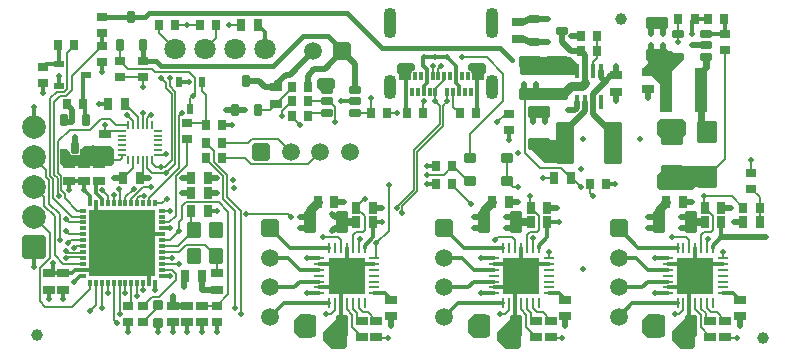
<source format=gtl>
G04*
G04 #@! TF.GenerationSoftware,Altium Limited,Altium Designer,23.3.1 (30)*
G04*
G04 Layer_Physical_Order=1*
G04 Layer_Color=255*
%FSLAX43Y43*%
%MOMM*%
G71*
G04*
G04 #@! TF.SameCoordinates,A4EA7D40-A082-4D09-80F0-C7F5A4317295*
G04*
G04*
G04 #@! TF.FilePolarity,Positive*
G04*
G01*
G75*
%ADD12C,0.150*%
G04:AMPARAMS|DCode=13|XSize=0.75mm|YSize=0.96mm|CornerRadius=0.075mm|HoleSize=0mm|Usage=FLASHONLY|Rotation=180.000|XOffset=0mm|YOffset=0mm|HoleType=Round|Shape=RoundedRectangle|*
%AMROUNDEDRECTD13*
21,1,0.750,0.810,0,0,180.0*
21,1,0.600,0.960,0,0,180.0*
1,1,0.150,-0.300,0.405*
1,1,0.150,0.300,0.405*
1,1,0.150,0.300,-0.405*
1,1,0.150,-0.300,-0.405*
%
%ADD13ROUNDEDRECTD13*%
%ADD14O,0.700X0.250*%
%ADD15O,0.250X0.700*%
G04:AMPARAMS|DCode=16|XSize=0.7mm|YSize=0.9mm|CornerRadius=0.07mm|HoleSize=0mm|Usage=FLASHONLY|Rotation=0.000|XOffset=0mm|YOffset=0mm|HoleType=Round|Shape=RoundedRectangle|*
%AMROUNDEDRECTD16*
21,1,0.700,0.760,0,0,0.0*
21,1,0.560,0.900,0,0,0.0*
1,1,0.140,0.280,-0.380*
1,1,0.140,-0.280,-0.380*
1,1,0.140,-0.280,0.380*
1,1,0.140,0.280,0.380*
%
%ADD16ROUNDEDRECTD16*%
%ADD17R,3.100X3.100*%
%ADD18O,1.000X0.250*%
%ADD19O,0.250X1.000*%
G04:AMPARAMS|DCode=20|XSize=0.75mm|YSize=0.96mm|CornerRadius=0.075mm|HoleSize=0mm|Usage=FLASHONLY|Rotation=270.000|XOffset=0mm|YOffset=0mm|HoleType=Round|Shape=RoundedRectangle|*
%AMROUNDEDRECTD20*
21,1,0.750,0.810,0,0,270.0*
21,1,0.600,0.960,0,0,270.0*
1,1,0.150,-0.405,-0.300*
1,1,0.150,-0.405,0.300*
1,1,0.150,0.405,0.300*
1,1,0.150,0.405,-0.300*
%
%ADD20ROUNDEDRECTD20*%
G04:AMPARAMS|DCode=21|XSize=0.9mm|YSize=0.95mm|CornerRadius=0.09mm|HoleSize=0mm|Usage=FLASHONLY|Rotation=270.000|XOffset=0mm|YOffset=0mm|HoleType=Round|Shape=RoundedRectangle|*
%AMROUNDEDRECTD21*
21,1,0.900,0.770,0,0,270.0*
21,1,0.720,0.950,0,0,270.0*
1,1,0.180,-0.385,-0.360*
1,1,0.180,-0.385,0.360*
1,1,0.180,0.385,0.360*
1,1,0.180,0.385,-0.360*
%
%ADD21ROUNDEDRECTD21*%
G04:AMPARAMS|DCode=22|XSize=0.7mm|YSize=0.9mm|CornerRadius=0.07mm|HoleSize=0mm|Usage=FLASHONLY|Rotation=90.000|XOffset=0mm|YOffset=0mm|HoleType=Round|Shape=RoundedRectangle|*
%AMROUNDEDRECTD22*
21,1,0.700,0.760,0,0,90.0*
21,1,0.560,0.900,0,0,90.0*
1,1,0.140,0.380,0.280*
1,1,0.140,0.380,-0.280*
1,1,0.140,-0.380,-0.280*
1,1,0.140,-0.380,0.280*
%
%ADD22ROUNDEDRECTD22*%
G04:AMPARAMS|DCode=23|XSize=0.8mm|YSize=0.8mm|CornerRadius=0.08mm|HoleSize=0mm|Usage=FLASHONLY|Rotation=270.000|XOffset=0mm|YOffset=0mm|HoleType=Round|Shape=RoundedRectangle|*
%AMROUNDEDRECTD23*
21,1,0.800,0.640,0,0,270.0*
21,1,0.640,0.800,0,0,270.0*
1,1,0.160,-0.320,-0.320*
1,1,0.160,-0.320,0.320*
1,1,0.160,0.320,0.320*
1,1,0.160,0.320,-0.320*
%
%ADD23ROUNDEDRECTD23*%
G04:AMPARAMS|DCode=24|XSize=0.4mm|YSize=1.22mm|CornerRadius=0.04mm|HoleSize=0mm|Usage=FLASHONLY|Rotation=180.000|XOffset=0mm|YOffset=0mm|HoleType=Round|Shape=RoundedRectangle|*
%AMROUNDEDRECTD24*
21,1,0.400,1.140,0,0,180.0*
21,1,0.320,1.220,0,0,180.0*
1,1,0.080,-0.160,0.570*
1,1,0.080,0.160,0.570*
1,1,0.080,0.160,-0.570*
1,1,0.080,-0.160,-0.570*
%
%ADD24ROUNDEDRECTD24*%
G04:AMPARAMS|DCode=25|XSize=0.3mm|YSize=0.7mm|CornerRadius=0.03mm|HoleSize=0mm|Usage=FLASHONLY|Rotation=180.000|XOffset=0mm|YOffset=0mm|HoleType=Round|Shape=RoundedRectangle|*
%AMROUNDEDRECTD25*
21,1,0.300,0.640,0,0,180.0*
21,1,0.240,0.700,0,0,180.0*
1,1,0.060,-0.120,0.320*
1,1,0.060,0.120,0.320*
1,1,0.060,0.120,-0.320*
1,1,0.060,-0.120,-0.320*
%
%ADD25ROUNDEDRECTD25*%
G04:AMPARAMS|DCode=26|XSize=1mm|YSize=0.7mm|CornerRadius=0.07mm|HoleSize=0mm|Usage=FLASHONLY|Rotation=180.000|XOffset=0mm|YOffset=0mm|HoleType=Round|Shape=RoundedRectangle|*
%AMROUNDEDRECTD26*
21,1,1.000,0.560,0,0,180.0*
21,1,0.860,0.700,0,0,180.0*
1,1,0.140,-0.430,0.280*
1,1,0.140,0.430,0.280*
1,1,0.140,0.430,-0.280*
1,1,0.140,-0.430,-0.280*
%
%ADD26ROUNDEDRECTD26*%
G04:AMPARAMS|DCode=27|XSize=0.6mm|YSize=0.95mm|CornerRadius=0.06mm|HoleSize=0mm|Usage=FLASHONLY|Rotation=0.000|XOffset=0mm|YOffset=0mm|HoleType=Round|Shape=RoundedRectangle|*
%AMROUNDEDRECTD27*
21,1,0.600,0.830,0,0,0.0*
21,1,0.480,0.950,0,0,0.0*
1,1,0.120,0.240,-0.415*
1,1,0.120,-0.240,-0.415*
1,1,0.120,-0.240,0.415*
1,1,0.120,0.240,0.415*
%
%ADD27ROUNDEDRECTD27*%
%ADD28R,5.600X5.600*%
G04:AMPARAMS|DCode=29|XSize=0.3mm|YSize=0.55mm|CornerRadius=0.03mm|HoleSize=0mm|Usage=FLASHONLY|Rotation=180.000|XOffset=0mm|YOffset=0mm|HoleType=Round|Shape=RoundedRectangle|*
%AMROUNDEDRECTD29*
21,1,0.300,0.490,0,0,180.0*
21,1,0.240,0.550,0,0,180.0*
1,1,0.060,-0.120,0.245*
1,1,0.060,0.120,0.245*
1,1,0.060,0.120,-0.245*
1,1,0.060,-0.120,-0.245*
%
%ADD29ROUNDEDRECTD29*%
G04:AMPARAMS|DCode=30|XSize=0.3mm|YSize=0.55mm|CornerRadius=0.03mm|HoleSize=0mm|Usage=FLASHONLY|Rotation=270.000|XOffset=0mm|YOffset=0mm|HoleType=Round|Shape=RoundedRectangle|*
%AMROUNDEDRECTD30*
21,1,0.300,0.490,0,0,270.0*
21,1,0.240,0.550,0,0,270.0*
1,1,0.060,-0.245,-0.120*
1,1,0.060,-0.245,0.120*
1,1,0.060,0.245,0.120*
1,1,0.060,0.245,-0.120*
%
%ADD30ROUNDEDRECTD30*%
G04:AMPARAMS|DCode=31|XSize=1.4mm|YSize=1.2mm|CornerRadius=0.12mm|HoleSize=0mm|Usage=FLASHONLY|Rotation=270.000|XOffset=0mm|YOffset=0mm|HoleType=Round|Shape=RoundedRectangle|*
%AMROUNDEDRECTD31*
21,1,1.400,0.960,0,0,270.0*
21,1,1.160,1.200,0,0,270.0*
1,1,0.240,-0.480,-0.580*
1,1,0.240,-0.480,0.580*
1,1,0.240,0.480,0.580*
1,1,0.240,0.480,-0.580*
%
%ADD31ROUNDEDRECTD31*%
G04:AMPARAMS|DCode=32|XSize=1mm|YSize=1.8mm|CornerRadius=0.1mm|HoleSize=0mm|Usage=FLASHONLY|Rotation=180.000|XOffset=0mm|YOffset=0mm|HoleType=Round|Shape=RoundedRectangle|*
%AMROUNDEDRECTD32*
21,1,1.000,1.600,0,0,180.0*
21,1,0.800,1.800,0,0,180.0*
1,1,0.200,-0.400,0.800*
1,1,0.200,0.400,0.800*
1,1,0.200,0.400,-0.800*
1,1,0.200,-0.400,-0.800*
%
%ADD32ROUNDEDRECTD32*%
G04:AMPARAMS|DCode=33|XSize=0.6mm|YSize=0.95mm|CornerRadius=0.06mm|HoleSize=0mm|Usage=FLASHONLY|Rotation=90.000|XOffset=0mm|YOffset=0mm|HoleType=Round|Shape=RoundedRectangle|*
%AMROUNDEDRECTD33*
21,1,0.600,0.830,0,0,90.0*
21,1,0.480,0.950,0,0,90.0*
1,1,0.120,0.415,0.240*
1,1,0.120,0.415,-0.240*
1,1,0.120,-0.415,-0.240*
1,1,0.120,-0.415,0.240*
%
%ADD33ROUNDEDRECTD33*%
G04:AMPARAMS|DCode=34|XSize=1mm|YSize=1.8mm|CornerRadius=0.1mm|HoleSize=0mm|Usage=FLASHONLY|Rotation=270.000|XOffset=0mm|YOffset=0mm|HoleType=Round|Shape=RoundedRectangle|*
%AMROUNDEDRECTD34*
21,1,1.000,1.600,0,0,270.0*
21,1,0.800,1.800,0,0,270.0*
1,1,0.200,-0.800,-0.400*
1,1,0.200,-0.800,0.400*
1,1,0.200,0.800,0.400*
1,1,0.200,0.800,-0.400*
%
%ADD34ROUNDEDRECTD34*%
G04:AMPARAMS|DCode=35|XSize=0.55mm|YSize=0.8mm|CornerRadius=0.055mm|HoleSize=0mm|Usage=FLASHONLY|Rotation=0.000|XOffset=0mm|YOffset=0mm|HoleType=Round|Shape=RoundedRectangle|*
%AMROUNDEDRECTD35*
21,1,0.550,0.690,0,0,0.0*
21,1,0.440,0.800,0,0,0.0*
1,1,0.110,0.220,-0.345*
1,1,0.110,-0.220,-0.345*
1,1,0.110,-0.220,0.345*
1,1,0.110,0.220,0.345*
%
%ADD35ROUNDEDRECTD35*%
G04:AMPARAMS|DCode=36|XSize=0.55mm|YSize=0.8mm|CornerRadius=0.055mm|HoleSize=0mm|Usage=FLASHONLY|Rotation=90.000|XOffset=0mm|YOffset=0mm|HoleType=Round|Shape=RoundedRectangle|*
%AMROUNDEDRECTD36*
21,1,0.550,0.690,0,0,90.0*
21,1,0.440,0.800,0,0,90.0*
1,1,0.110,0.345,0.220*
1,1,0.110,0.345,-0.220*
1,1,0.110,-0.345,-0.220*
1,1,0.110,-0.345,0.220*
%
%ADD36ROUNDEDRECTD36*%
G04:AMPARAMS|DCode=37|XSize=1.5mm|YSize=3.6mm|CornerRadius=0.15mm|HoleSize=0mm|Usage=FLASHONLY|Rotation=180.000|XOffset=0mm|YOffset=0mm|HoleType=Round|Shape=RoundedRectangle|*
%AMROUNDEDRECTD37*
21,1,1.500,3.300,0,0,180.0*
21,1,1.200,3.600,0,0,180.0*
1,1,0.300,-0.600,1.650*
1,1,0.300,0.600,1.650*
1,1,0.300,0.600,-1.650*
1,1,0.300,-0.600,-1.650*
%
%ADD37ROUNDEDRECTD37*%
G04:AMPARAMS|DCode=38|XSize=1.1mm|YSize=3.7mm|CornerRadius=0.11mm|HoleSize=0mm|Usage=FLASHONLY|Rotation=0.000|XOffset=0mm|YOffset=0mm|HoleType=Round|Shape=RoundedRectangle|*
%AMROUNDEDRECTD38*
21,1,1.100,3.480,0,0,0.0*
21,1,0.880,3.700,0,0,0.0*
1,1,0.220,0.440,-1.740*
1,1,0.220,-0.440,-1.740*
1,1,0.220,-0.440,1.740*
1,1,0.220,0.440,1.740*
%
%ADD38ROUNDEDRECTD38*%
G04:AMPARAMS|DCode=39|XSize=1.9mm|YSize=1.7mm|CornerRadius=0.17mm|HoleSize=0mm|Usage=FLASHONLY|Rotation=90.000|XOffset=0mm|YOffset=0mm|HoleType=Round|Shape=RoundedRectangle|*
%AMROUNDEDRECTD39*
21,1,1.900,1.360,0,0,90.0*
21,1,1.560,1.700,0,0,90.0*
1,1,0.340,0.680,0.780*
1,1,0.340,0.680,-0.780*
1,1,0.340,-0.680,-0.780*
1,1,0.340,-0.680,0.780*
%
%ADD39ROUNDEDRECTD39*%
%ADD77C,1.000*%
%ADD78C,2.000*%
G04:AMPARAMS|DCode=79|XSize=2mm|YSize=2mm|CornerRadius=0.2mm|HoleSize=0mm|Usage=FLASHONLY|Rotation=90.000|XOffset=0mm|YOffset=0mm|HoleType=Round|Shape=RoundedRectangle|*
%AMROUNDEDRECTD79*
21,1,2.000,1.600,0,0,90.0*
21,1,1.600,2.000,0,0,90.0*
1,1,0.400,0.800,0.800*
1,1,0.400,0.800,-0.800*
1,1,0.400,-0.800,-0.800*
1,1,0.400,-0.800,0.800*
%
%ADD79ROUNDEDRECTD79*%
%ADD80C,0.500*%
%ADD81C,0.200*%
%ADD82C,0.300*%
%ADD83C,0.146*%
%ADD84C,0.400*%
%ADD85C,0.800*%
%ADD86C,1.000*%
%ADD87C,0.320*%
%ADD88C,0.700*%
%ADD89C,0.600*%
%ADD90C,1.800*%
%ADD91C,1.500*%
G04:AMPARAMS|DCode=92|XSize=1.5mm|YSize=1.5mm|CornerRadius=0.15mm|HoleSize=0mm|Usage=FLASHONLY|Rotation=0.000|XOffset=0mm|YOffset=0mm|HoleType=Round|Shape=RoundedRectangle|*
%AMROUNDEDRECTD92*
21,1,1.500,1.200,0,0,0.0*
21,1,1.200,1.500,0,0,0.0*
1,1,0.300,0.600,-0.600*
1,1,0.300,-0.600,-0.600*
1,1,0.300,-0.600,0.600*
1,1,0.300,0.600,0.600*
%
%ADD92ROUNDEDRECTD92*%
G04:AMPARAMS|DCode=93|XSize=1.5mm|YSize=1.5mm|CornerRadius=0.15mm|HoleSize=0mm|Usage=FLASHONLY|Rotation=270.000|XOffset=0mm|YOffset=0mm|HoleType=Round|Shape=RoundedRectangle|*
%AMROUNDEDRECTD93*
21,1,1.500,1.200,0,0,270.0*
21,1,1.200,1.500,0,0,270.0*
1,1,0.300,-0.600,-0.600*
1,1,0.300,-0.600,0.600*
1,1,0.300,0.600,0.600*
1,1,0.300,0.600,-0.600*
%
%ADD93ROUNDEDRECTD93*%
%ADD94O,1.100X2.100*%
%ADD95O,1.100X2.600*%
%ADD96C,0.500*%
G36*
X40000Y24500D02*
Y24000D01*
X39750Y23750D01*
Y23500D01*
X39250D01*
X38778Y23972D01*
X38768Y24021D01*
X38733Y24073D01*
X38681Y24108D01*
X38632Y24118D01*
X38500Y24250D01*
Y24500D01*
X38750Y24750D01*
X39750D01*
X40000Y24500D01*
D02*
G37*
G36*
X34000D02*
Y24250D01*
X33868Y24118D01*
X33819Y24108D01*
X33767Y24073D01*
X33732Y24021D01*
X33722Y23972D01*
X33250Y23500D01*
X32750D01*
X32750Y23750D01*
X32500Y24000D01*
X32500Y24500D01*
X32750Y24750D01*
X33750D01*
X34000Y24500D01*
D02*
G37*
G36*
X27250Y23250D02*
Y22750D01*
X26750Y22250D01*
X26250D01*
X25750Y22750D01*
Y23250D01*
X26000Y23500D01*
X27000D01*
X27250Y23250D01*
D02*
G37*
G36*
X8500Y17500D02*
Y16250D01*
X8250Y16000D01*
X4250D01*
X4000Y16250D01*
Y17500D01*
X4500D01*
X4819Y17181D01*
Y17145D01*
X4834Y17072D01*
X4875Y17010D01*
X4937Y16969D01*
X5010Y16954D01*
X5490D01*
X5563Y16969D01*
X5625Y17010D01*
X5666Y17072D01*
X5681Y17145D01*
Y17431D01*
X5750Y17500D01*
X6000Y17750D01*
X8250D01*
X8500Y17500D01*
D02*
G37*
G36*
X40250Y3250D02*
Y1750D01*
X40000Y1500D01*
X39000D01*
X38500Y2000D01*
Y3000D01*
X39000Y3500D01*
X40000D01*
X40250Y3250D01*
D02*
G37*
G36*
X25500D02*
Y1750D01*
X25250Y1500D01*
X24250D01*
X23750Y2000D01*
Y3000D01*
X24250Y3500D01*
X25250D01*
X25500Y3250D01*
D02*
G37*
G36*
X28250Y750D02*
X28000Y500D01*
X27000D01*
X26250Y1250D01*
Y2000D01*
X27500Y3250D01*
X28250D01*
Y750D01*
D02*
G37*
G36*
X59250Y14250D02*
X57750D01*
X57500Y14000D01*
X54750D01*
X54500Y14250D01*
Y15250D01*
X55250Y16000D01*
X59250D01*
Y14250D01*
D02*
G37*
G36*
X55000Y3250D02*
Y1750D01*
X54750Y1500D01*
X53750D01*
X53250Y2000D01*
Y3000D01*
X53750Y3500D01*
X54750D01*
X55000Y3250D01*
D02*
G37*
G36*
X57750Y750D02*
X57500Y500D01*
X56500D01*
X55750Y1250D01*
Y2000D01*
X57000Y3250D01*
X57750D01*
Y750D01*
D02*
G37*
G36*
X43000D02*
X42750Y500D01*
X41750D01*
X41000Y1250D01*
Y2000D01*
X42250Y3250D01*
X43000D01*
Y750D01*
D02*
G37*
G36*
X47000Y16250D02*
X45000D01*
X43750Y17500D01*
Y18250D01*
X47000D01*
Y16250D01*
D02*
G37*
G36*
X47900Y24600D02*
Y23700D01*
X43100D01*
X42900Y23900D01*
Y25200D01*
X43000Y25300D01*
X47200D01*
X47900Y24600D01*
D02*
G37*
G36*
X57000Y19750D02*
Y18750D01*
X56500Y18250D01*
X55000D01*
X54500Y18750D01*
Y19750D01*
X54750Y20000D01*
X56750D01*
X57000Y19750D01*
D02*
G37*
G36*
X56000Y25500D02*
X56750D01*
Y25000D01*
X55750Y24000D01*
Y23000D01*
X54750D01*
X54000Y23750D01*
X53500D01*
X53250Y24000D01*
Y24250D01*
X53750Y24750D01*
Y24925D01*
X53900Y25023D01*
X53902Y25023D01*
X54000Y25010D01*
X55000D01*
X55098Y25023D01*
X55190Y25061D01*
X55269Y25121D01*
X55329Y25200D01*
X55367Y25292D01*
X55380Y25390D01*
Y25750D01*
X55750D01*
X56000Y25500D01*
D02*
G37*
D12*
X41000Y19750D02*
X41685Y20435D01*
X42000D01*
X30750Y9500D02*
X31805Y10555D01*
Y14457D01*
X29000Y12550D02*
X29700Y13250D01*
X29750D01*
X19750Y12000D02*
X23250D01*
X23500Y11750D01*
X17000Y16349D02*
X18069Y15281D01*
Y13431D02*
X19250Y12250D01*
X18069Y13431D02*
Y15281D01*
X17744Y13256D02*
Y15212D01*
Y13256D02*
X18750Y12250D01*
X16315Y16641D02*
X17744Y15212D01*
X16315Y16641D02*
Y16750D01*
X12838Y15935D02*
X13425Y16522D01*
X12913Y22654D02*
X13425Y22142D01*
Y16522D02*
Y22142D01*
X13720Y16240D02*
Y22322D01*
X12914Y15434D02*
X13720Y16240D01*
X13250Y22791D02*
X13720Y22322D01*
X12913Y22654D02*
Y23087D01*
X13250Y22791D02*
Y23500D01*
X14014Y20264D02*
X14250Y20500D01*
X14014Y15859D02*
Y20264D01*
X41825Y14750D02*
X42325Y14250D01*
X42750D01*
X43324Y21714D02*
X43750Y22140D01*
X43324Y17114D02*
Y21714D01*
Y17114D02*
X44595Y15843D01*
X46357D01*
X47200Y15000D01*
X47315D01*
X48065Y14250D01*
X48815Y13721D02*
Y14500D01*
Y13721D02*
X49067Y13469D01*
X8500Y12875D02*
Y13600D01*
X7520Y13998D02*
X8000Y13518D01*
Y12875D02*
Y13518D01*
X9000Y12875D02*
Y14008D01*
X8925Y14083D02*
X9000Y14008D01*
X9500Y13385D02*
X10193Y14078D01*
X9500Y12875D02*
Y13385D01*
X10000Y12875D02*
Y13242D01*
X11008Y14250D02*
X11623D01*
X10000Y13242D02*
X11008Y14250D01*
X10737Y13534D02*
X11071D01*
X10500Y12875D02*
Y13297D01*
X10737Y13534D01*
X11500Y13345D02*
X14014Y15859D01*
X11500Y12875D02*
Y13345D01*
X13763Y15161D02*
X14750Y16148D01*
X13763Y11808D02*
Y15161D01*
X14750Y16148D02*
Y18315D01*
X12625Y12875D02*
X13000Y13250D01*
X12000Y12875D02*
X12625D01*
X35000Y15250D02*
X36435D01*
X37185Y16000D01*
X56315Y27205D02*
Y28500D01*
X56310Y26505D02*
Y27200D01*
Y26505D02*
X56315Y26500D01*
X44000Y9075D02*
Y9976D01*
X41022Y10000D02*
X42250D01*
X40750Y9728D02*
X41022Y10000D01*
X12625Y7750D02*
X14000D01*
X14000Y7750D01*
X13433Y8250D02*
X13449Y8265D01*
X12625Y8250D02*
X13433D01*
X7000Y4250D02*
Y6125D01*
X6500Y3750D02*
X7000Y4250D01*
X14000Y10500D02*
Y11294D01*
X14270Y11564D01*
Y12669D01*
X14595Y12994D01*
X12625Y9750D02*
X13250D01*
X14000Y10500D01*
X17235Y4200D02*
X17250Y4185D01*
X16000Y4200D02*
X17235D01*
X17250Y4185D02*
X18223Y5158D01*
Y12170D01*
X17399Y12994D02*
X18223Y12170D01*
X14595Y12994D02*
X17399D01*
X17000Y16349D02*
Y17315D01*
X16315Y18000D02*
X17000Y17315D01*
X18750Y4000D02*
Y12250D01*
X19250Y3500D02*
Y12250D01*
X11000Y5500D02*
Y6125D01*
X10500Y5000D02*
X10500Y5000D01*
Y6125D01*
X13205Y11250D02*
X13763Y11808D01*
X12625Y11250D02*
X13205D01*
X12625Y12250D02*
X13250D01*
X7500Y4000D02*
Y6125D01*
Y4000D02*
X7500Y4000D01*
X8000Y5250D02*
X8000Y5250D01*
X8000Y5250D02*
Y6125D01*
X8500Y3000D02*
X8750Y2750D01*
X8500Y3000D02*
Y6125D01*
X30750Y8250D02*
X30750Y8250D01*
X30575Y8250D02*
X30750D01*
X30750Y8250D02*
Y9500D01*
X12250Y4113D02*
Y4250D01*
X11000Y2863D02*
X12250Y4113D01*
X11000Y2815D02*
Y2863D01*
X9685Y24250D02*
X11768D01*
X9000Y24935D02*
X9685Y24250D01*
X11768D02*
X12018Y24000D01*
X12500Y23500D02*
X12913Y23087D01*
X15000Y20850D02*
Y21750D01*
X15250Y22000D01*
X15387Y22137D02*
Y23504D01*
X30315Y20500D02*
Y21750D01*
X4457Y11519D02*
X4726Y11250D01*
X4706Y10250D02*
X5875D01*
X4462Y10493D02*
X4706Y10250D01*
X3040Y12851D02*
X3953Y11938D01*
Y9728D02*
Y11938D01*
X4657Y9500D02*
X4907Y9750D01*
X5875D01*
X4726Y11250D02*
X5875D01*
X11000Y22750D02*
Y23565D01*
Y22750D02*
X11000Y22750D01*
X38000Y25250D02*
X40075D01*
X41500Y23825D01*
Y21560D02*
Y23825D01*
X38675Y18735D02*
X41500Y21560D01*
X38675Y16750D02*
Y18735D01*
X37185Y14438D02*
Y14500D01*
Y14438D02*
X38773Y12850D01*
X37185Y16000D02*
X37248D01*
X38498Y14750D02*
X38675D01*
X37248Y16000D02*
X38498Y14750D01*
X41825D02*
Y16750D01*
X49435Y25161D02*
Y25750D01*
X49075Y24801D02*
X49435Y25161D01*
X49075Y24060D02*
Y24801D01*
X31685Y20500D02*
X32500D01*
X27250Y19750D02*
Y21010D01*
X26760Y21500D02*
X27250Y21010D01*
X26560Y21500D02*
X26760D01*
X22750Y20250D02*
Y20685D01*
X23565Y21500D01*
Y22615D02*
Y22750D01*
X22250Y21300D02*
X23565Y22615D01*
X20700Y20810D02*
X21760D01*
X22250Y21300D01*
X16315Y19500D02*
Y22055D01*
X15950Y22420D02*
Y23150D01*
Y22420D02*
X16315Y22055D01*
X9000Y3500D02*
Y6125D01*
X9500Y5250D02*
Y6125D01*
X5180Y9114D02*
X5315Y9250D01*
X5875D01*
X12625Y9750D02*
X12625Y9750D01*
X3040Y12851D02*
Y14876D01*
X2804Y15112D02*
X3040Y14876D01*
X2804Y15112D02*
Y15736D01*
X1750Y16790D02*
X2804Y15736D01*
X1750Y14250D02*
X2613Y13387D01*
Y12651D02*
X3500Y11764D01*
X2613Y12651D02*
Y13387D01*
X3500Y8493D02*
Y11764D01*
X3398Y13297D02*
Y14939D01*
X4945Y11750D02*
X5875D01*
X3398Y13297D02*
X4945Y11750D01*
X3137Y15200D02*
Y21753D01*
Y15200D02*
X3398Y14939D01*
X3750Y13600D02*
X3850Y13500D01*
X3475Y15311D02*
X3750Y15036D01*
Y13600D02*
Y15036D01*
X3475Y15311D02*
Y21465D01*
X4039Y14016D02*
X4359Y13696D01*
Y13295D02*
X5403Y12250D01*
X4359Y13295D02*
Y13696D01*
X5403Y12250D02*
X5875D01*
X4039Y14016D02*
Y15202D01*
X3786Y15456D02*
X4039Y15202D01*
X3786Y15456D02*
Y18110D01*
X4789Y19113D01*
X6469D01*
X3475Y21465D02*
X3986Y21977D01*
X3137Y21753D02*
X3690Y22306D01*
X3986Y21977D02*
X4478D01*
X4994Y22493D01*
Y23679D01*
X7500Y26185D01*
X4530Y25595D02*
X5185Y26250D01*
X4294Y22306D02*
X4530Y22542D01*
Y25595D01*
X3690Y22306D02*
X4294D01*
X9450Y21250D02*
X10550Y20150D01*
Y19509D02*
Y20150D01*
X8175Y20045D02*
X8720Y19500D01*
X9750D01*
X7401Y20045D02*
X8175D01*
X6469Y19113D02*
X7401Y20045D01*
X15050Y10850D02*
X15300Y10600D01*
X15050Y10850D02*
Y12250D01*
X12625Y8750D02*
X13999D01*
X14625Y9376D01*
X16224D01*
X17200Y8400D01*
X17250Y8350D01*
Y6950D02*
Y8350D01*
X13449Y7250D02*
X13770Y6929D01*
X12625Y7250D02*
X13449D01*
X11759Y4944D02*
X12347D01*
X13770Y6366D02*
Y6929D01*
X12347Y4944D02*
X13770Y6366D01*
X11000Y4185D02*
X11759Y4944D01*
X9750Y4185D02*
X10000Y4435D01*
Y6125D01*
X12018Y24000D02*
X14890D01*
X15387Y23504D01*
X16130Y19685D02*
X16315Y19500D01*
X14750Y19685D02*
X16130D01*
X11350Y15860D02*
X11776Y15434D01*
X12914D01*
X12500Y15935D02*
X12838D01*
X11750Y16269D02*
Y16500D01*
X12084Y15935D02*
X12500D01*
X11750Y16269D02*
X12084Y15935D01*
X11350Y15860D02*
Y16500D01*
X4243Y7750D02*
X5875D01*
X3500Y8493D02*
X4243Y7750D01*
X2236Y4564D02*
Y7402D01*
X3100Y8265D01*
Y10400D01*
X2236Y4564D02*
X2700Y4100D01*
X5000D01*
X6500Y5600D02*
Y6125D01*
X5000Y4100D02*
X6500Y5600D01*
X1790Y11710D02*
X3100Y10400D01*
X1750Y11710D02*
X1790D01*
X49435Y27000D02*
X49435Y27000D01*
Y25750D02*
Y27000D01*
X11000Y23565D02*
X11000Y23565D01*
X9000Y23565D02*
X11000D01*
X9000Y24935D02*
X9050Y24985D01*
Y26310D01*
X13950Y9250D02*
X15300Y10600D01*
X12625Y9250D02*
X13950D01*
X30265Y20550D02*
X30315Y20500D01*
X28940Y20550D02*
X30265D01*
X25235D02*
X26560D01*
X24935Y20250D02*
X25235Y20550D01*
X24935Y21500D02*
X24935Y21500D01*
X26560D01*
X34685Y21435D02*
X34750Y21500D01*
X34685Y20500D02*
Y21435D01*
X37250Y21065D02*
Y22290D01*
Y21065D02*
X37815Y20500D01*
X27750Y9075D02*
Y9750D01*
X27500Y10000D02*
X27750Y9750D01*
X26250Y10000D02*
X27500D01*
X42500Y9075D02*
Y9750D01*
X42250Y10000D02*
X42500Y9750D01*
X55750Y10000D02*
X57000D01*
X57250Y9750D01*
Y9075D02*
Y9750D01*
X26500Y3500D02*
X26902D01*
X27250Y3848D01*
Y4425D01*
X41250Y3500D02*
X41652D01*
X42000Y3848D01*
Y4425D01*
X56750Y3848D02*
Y4425D01*
X56402Y3500D02*
X56750Y3848D01*
X56000Y3500D02*
X56402D01*
X29000Y12550D02*
X29050Y12500D01*
X43750Y12550D02*
Y13500D01*
Y12550D02*
X43800Y12500D01*
X58500Y12550D02*
X58550Y12500D01*
X58500Y12550D02*
Y13500D01*
X60815D01*
X61815Y12500D01*
X58250Y9075D02*
Y10178D01*
X58508Y10436D01*
X59080D01*
X59258Y10614D01*
Y11792D01*
X58550Y12500D02*
X59258Y11792D01*
X43500Y9075D02*
Y10178D01*
X43758Y10436D01*
X44330D01*
X44508Y10614D01*
Y11792D01*
X43800Y12500D02*
X44508Y11792D01*
X29050Y12500D02*
X29758Y11792D01*
Y10614D02*
Y11792D01*
X29580Y10436D02*
X29758Y10614D01*
X29008Y10436D02*
X29580D01*
X28750Y10178D02*
X29008Y10436D01*
X28750Y9075D02*
Y10178D01*
X28691Y2359D02*
X29500Y1550D01*
X28250Y3888D02*
X28691Y3447D01*
X28250Y3888D02*
Y4425D01*
X28691Y2359D02*
Y3447D01*
X28750Y3959D02*
Y4425D01*
Y3959D02*
X29125Y3584D01*
X29125Y2950D02*
X29500D01*
X29125Y2950D02*
Y3584D01*
X29250Y3968D02*
Y4425D01*
Y3968D02*
X29581Y3637D01*
X30063D01*
X30750Y2950D01*
X29250Y9767D02*
X29346Y9863D01*
X29250Y9075D02*
Y9767D01*
X43441Y2359D02*
X44250Y1550D01*
X43000Y3888D02*
X43441Y3447D01*
X43000Y3888D02*
Y4425D01*
X43441Y2359D02*
Y3447D01*
X43500Y3959D02*
Y4425D01*
Y3959D02*
X43875Y3584D01*
X43875Y2950D02*
X44250D01*
X43875Y2950D02*
Y3584D01*
X44000Y3968D02*
Y4425D01*
Y3968D02*
X44331Y3637D01*
X44813D01*
X45500Y2950D01*
X58750Y9075D02*
Y9767D01*
X58846Y9863D01*
X59563Y3637D02*
X60250Y2950D01*
X59081Y3637D02*
X59563D01*
X58750Y3968D02*
X59081Y3637D01*
X58750Y3968D02*
Y4425D01*
X58625Y2950D02*
Y3584D01*
Y2950D02*
X58625Y2950D01*
X59000D01*
X58250Y3959D02*
X58625Y3584D01*
X58250Y3959D02*
Y4425D01*
X58191Y2359D02*
Y3447D01*
X57750Y3888D02*
Y4425D01*
Y3888D02*
X58191Y3447D01*
Y2359D02*
X59000Y1550D01*
D13*
X47200Y15000D02*
D03*
X45800D02*
D03*
X19300Y28000D02*
D03*
X20700D02*
D03*
X9450Y21250D02*
D03*
X8050D02*
D03*
X10700Y15000D02*
D03*
X9300D02*
D03*
X63200Y11250D02*
D03*
X61800D02*
D03*
X59950Y11250D02*
D03*
X58550D02*
D03*
Y12500D02*
D03*
X59950D02*
D03*
X45200Y11250D02*
D03*
X43800D02*
D03*
Y12500D02*
D03*
X45200D02*
D03*
X30450Y11250D02*
D03*
X29050D02*
D03*
Y12500D02*
D03*
X30450D02*
D03*
X15050Y12250D02*
D03*
X16450Y12250D02*
D03*
X14550Y6750D02*
D03*
X15950D02*
D03*
X15050Y15000D02*
D03*
X16450D02*
D03*
Y13750D02*
D03*
X15050D02*
D03*
X56700Y13000D02*
D03*
X55300D02*
D03*
X41950D02*
D03*
X40550D02*
D03*
X27200D02*
D03*
X25800D02*
D03*
D14*
X9250Y19000D02*
D03*
Y18600D02*
D03*
Y18200D02*
D03*
Y17800D02*
D03*
Y17400D02*
D03*
Y17000D02*
D03*
X12250D02*
D03*
Y17400D02*
D03*
Y17800D02*
D03*
Y18200D02*
D03*
Y18600D02*
D03*
Y19000D02*
D03*
D15*
X11750Y19500D02*
D03*
X11350D02*
D03*
X10950D02*
D03*
X10550D02*
D03*
X10150D02*
D03*
X9750D02*
D03*
X11750Y16500D02*
D03*
X11350D02*
D03*
X10950D02*
D03*
X10550D02*
D03*
X10150D02*
D03*
X9750D02*
D03*
D16*
X15815Y28000D02*
D03*
X17185D02*
D03*
X13685D02*
D03*
X12315D02*
D03*
X37185Y16000D02*
D03*
X35815D02*
D03*
X24935Y21500D02*
D03*
X23565D02*
D03*
X48815Y14500D02*
D03*
X50185D02*
D03*
X37185D02*
D03*
X35815D02*
D03*
X3815Y26250D02*
D03*
X5185D02*
D03*
X16315Y18000D02*
D03*
X17685D02*
D03*
X63185Y12500D02*
D03*
X61815D02*
D03*
X16315Y16750D02*
D03*
X17685D02*
D03*
X49435Y25750D02*
D03*
X48065Y25750D02*
D03*
X17685Y19500D02*
D03*
X16315D02*
D03*
X48065Y27000D02*
D03*
X49435D02*
D03*
X58815Y28500D02*
D03*
X60185Y28500D02*
D03*
X56315Y28500D02*
D03*
X57685Y28500D02*
D03*
X5935Y21250D02*
D03*
X4565Y21250D02*
D03*
X24935Y22750D02*
D03*
X23565D02*
D03*
X30315Y20500D02*
D03*
X31685Y20500D02*
D03*
X23565Y20250D02*
D03*
X24935D02*
D03*
X39185Y20500D02*
D03*
X37815D02*
D03*
X33315D02*
D03*
X34685D02*
D03*
D17*
X43000Y6750D02*
D03*
X57750D02*
D03*
X28250D02*
D03*
D18*
X40675Y5250D02*
D03*
Y5750D02*
D03*
Y6250D02*
D03*
Y6750D02*
D03*
Y7250D02*
D03*
Y7750D02*
D03*
Y8250D02*
D03*
X45325D02*
D03*
Y7750D02*
D03*
Y7250D02*
D03*
Y6750D02*
D03*
Y6250D02*
D03*
Y5750D02*
D03*
Y5250D02*
D03*
X55425D02*
D03*
Y5750D02*
D03*
Y6250D02*
D03*
Y6750D02*
D03*
Y7250D02*
D03*
Y7750D02*
D03*
Y8250D02*
D03*
X60075D02*
D03*
Y7750D02*
D03*
Y7250D02*
D03*
Y6750D02*
D03*
Y6250D02*
D03*
Y5750D02*
D03*
Y5250D02*
D03*
X25925D02*
D03*
Y5750D02*
D03*
Y6250D02*
D03*
Y6750D02*
D03*
Y7250D02*
D03*
Y7750D02*
D03*
Y8250D02*
D03*
X30575D02*
D03*
Y7750D02*
D03*
Y7250D02*
D03*
Y6750D02*
D03*
Y6250D02*
D03*
Y5750D02*
D03*
Y5250D02*
D03*
D19*
X41500Y9075D02*
D03*
X42000D02*
D03*
X42500D02*
D03*
X43000D02*
D03*
X43500D02*
D03*
X44000D02*
D03*
X44500D02*
D03*
Y4425D02*
D03*
X44000D02*
D03*
X43500D02*
D03*
X43000D02*
D03*
X42500D02*
D03*
X42000D02*
D03*
X41500D02*
D03*
X56250Y9075D02*
D03*
X56750D02*
D03*
X57250D02*
D03*
X57750D02*
D03*
X58250D02*
D03*
X58750D02*
D03*
X59250D02*
D03*
Y4425D02*
D03*
X58750D02*
D03*
X58250D02*
D03*
X57750D02*
D03*
X57250D02*
D03*
X56750D02*
D03*
X56250D02*
D03*
X26750Y9075D02*
D03*
X27250D02*
D03*
X27750D02*
D03*
X28250D02*
D03*
X28750D02*
D03*
X29250D02*
D03*
X29750D02*
D03*
Y4425D02*
D03*
X29250D02*
D03*
X28750D02*
D03*
X28250D02*
D03*
X27750D02*
D03*
X27250D02*
D03*
X26750D02*
D03*
D20*
X4750Y14800D02*
D03*
Y16200D02*
D03*
X7250Y14800D02*
D03*
Y16200D02*
D03*
X7750Y18700D02*
D03*
Y17300D02*
D03*
X17250Y6950D02*
D03*
X17250Y5550D02*
D03*
X16000Y4200D02*
D03*
Y2800D02*
D03*
X4250Y5550D02*
D03*
X4250Y6950D02*
D03*
X6000Y14800D02*
D03*
Y16200D02*
D03*
X3000Y6950D02*
D03*
X3000Y5550D02*
D03*
X14750Y2800D02*
D03*
X14750Y4200D02*
D03*
X13500Y2800D02*
D03*
Y4200D02*
D03*
X60250Y2950D02*
D03*
Y1550D02*
D03*
X59000Y2950D02*
D03*
Y1550D02*
D03*
X61500Y3300D02*
D03*
Y4700D02*
D03*
X45500Y2950D02*
D03*
Y1550D02*
D03*
X44250Y2950D02*
D03*
Y1550D02*
D03*
X46750Y3300D02*
D03*
Y4700D02*
D03*
X30750Y2950D02*
D03*
Y1550D02*
D03*
X29500Y2950D02*
D03*
Y1550D02*
D03*
X32000Y3300D02*
D03*
Y4700D02*
D03*
X42750Y28200D02*
D03*
X42750Y26800D02*
D03*
X53750Y22550D02*
D03*
X53750Y23950D02*
D03*
X22250Y22700D02*
D03*
Y21300D02*
D03*
X51000Y22300D02*
D03*
Y23700D02*
D03*
D21*
X38675Y16750D02*
D03*
X41825D02*
D03*
X38675Y14750D02*
D03*
X41825D02*
D03*
D22*
X7500Y27315D02*
D03*
Y28685D02*
D03*
Y24815D02*
D03*
Y26185D02*
D03*
X11000Y2815D02*
D03*
Y4185D02*
D03*
X42000Y20435D02*
D03*
Y19065D02*
D03*
X62500Y15435D02*
D03*
Y14065D02*
D03*
X9000Y24935D02*
D03*
X9000Y23565D02*
D03*
X17250Y4185D02*
D03*
Y2815D02*
D03*
X9750D02*
D03*
X9750Y4185D02*
D03*
X2500Y23065D02*
D03*
Y24435D02*
D03*
X60250Y27185D02*
D03*
X60250Y25815D02*
D03*
X14750Y19685D02*
D03*
Y18315D02*
D03*
X11000Y23565D02*
D03*
Y24935D02*
D03*
D23*
X12250Y4250D02*
D03*
Y2750D02*
D03*
D24*
X49725Y24060D02*
D03*
X49075Y24060D02*
D03*
X48425Y24060D02*
D03*
X47775Y24060D02*
D03*
Y21440D02*
D03*
X48425Y21440D02*
D03*
X49075Y21440D02*
D03*
X49725Y21440D02*
D03*
D25*
X39250Y22290D02*
D03*
X38750D02*
D03*
X38250D02*
D03*
X37750D02*
D03*
X37250D02*
D03*
X36750Y22290D02*
D03*
X35750D02*
D03*
X35250Y22290D02*
D03*
X34750D02*
D03*
X34250D02*
D03*
X33750D02*
D03*
X33250D02*
D03*
X34000Y23640D02*
D03*
X34500D02*
D03*
X35000D02*
D03*
X35500D02*
D03*
X36000D02*
D03*
X36500D02*
D03*
X37000D02*
D03*
X37500D02*
D03*
X38000D02*
D03*
X38500D02*
D03*
D26*
X33150D02*
D03*
X39350D02*
D03*
D27*
X6200Y19940D02*
D03*
X4300D02*
D03*
X5250Y17560D02*
D03*
X9050Y26310D02*
D03*
X10950D02*
D03*
X10000Y28690D02*
D03*
X19750Y23190D02*
D03*
X20700Y20810D02*
D03*
X18800D02*
D03*
D28*
X9250Y9500D02*
D03*
D29*
X12000Y6125D02*
D03*
X11500Y6125D02*
D03*
X11000D02*
D03*
X10500D02*
D03*
X10000Y6125D02*
D03*
X9500Y6125D02*
D03*
X9000D02*
D03*
X8500Y6125D02*
D03*
X8000D02*
D03*
X7500D02*
D03*
X7000D02*
D03*
X6500Y6125D02*
D03*
Y12875D02*
D03*
X7000D02*
D03*
X7500D02*
D03*
X8000D02*
D03*
X8500D02*
D03*
X9000D02*
D03*
X9500D02*
D03*
X10000D02*
D03*
X10500D02*
D03*
X11000D02*
D03*
X11500D02*
D03*
X12000D02*
D03*
D30*
X5875Y6750D02*
D03*
Y7250D02*
D03*
X5875Y7750D02*
D03*
Y8250D02*
D03*
Y8750D02*
D03*
Y9250D02*
D03*
Y9750D02*
D03*
Y10250D02*
D03*
Y10750D02*
D03*
Y11250D02*
D03*
Y11750D02*
D03*
Y12250D02*
D03*
X12625D02*
D03*
Y11750D02*
D03*
Y11250D02*
D03*
Y10750D02*
D03*
Y10250D02*
D03*
Y9750D02*
D03*
Y9250D02*
D03*
Y8750D02*
D03*
Y8250D02*
D03*
Y7750D02*
D03*
Y7250D02*
D03*
Y6750D02*
D03*
D31*
X17200Y10600D02*
D03*
Y8400D02*
D03*
X15300Y8400D02*
D03*
X15300Y10600D02*
D03*
D32*
X57360Y2500D02*
D03*
X54640D02*
D03*
X57360Y11250D02*
D03*
X54640D02*
D03*
X42610Y2500D02*
D03*
X39890D02*
D03*
X42610Y11250D02*
D03*
X39890D02*
D03*
X27860Y2500D02*
D03*
X25140D02*
D03*
X27860Y11250D02*
D03*
X25140D02*
D03*
D33*
X44060Y28450D02*
D03*
Y26550D02*
D03*
X46440Y27500D02*
D03*
X58690Y25300D02*
D03*
X58690Y26250D02*
D03*
X58690Y27200D02*
D03*
X56310D02*
D03*
Y25300D02*
D03*
X28940Y20550D02*
D03*
X28940Y21500D02*
D03*
X28940Y22450D02*
D03*
X26560D02*
D03*
X26560Y21500D02*
D03*
X26560Y20550D02*
D03*
D34*
X55750Y18360D02*
D03*
Y15640D02*
D03*
X54500Y28110D02*
D03*
Y25390D02*
D03*
X44500Y20610D02*
D03*
Y17890D02*
D03*
X43750Y24860D02*
D03*
Y22140D02*
D03*
X46000Y24860D02*
D03*
Y22140D02*
D03*
D35*
X15000Y20850D02*
D03*
X14050Y23150D02*
D03*
X15950D02*
D03*
D36*
X6150Y23750D02*
D03*
X3850Y22800D02*
D03*
X3850Y24700D02*
D03*
D37*
X50750Y18000D02*
D03*
X46750Y18000D02*
D03*
D38*
X58250Y22500D02*
D03*
X55250D02*
D03*
D39*
X58750Y15100D02*
D03*
X58750Y18900D02*
D03*
D77*
X63500Y1500D02*
D03*
X2000Y1750D02*
D03*
X51500Y28500D02*
D03*
D78*
X1750Y19330D02*
D03*
Y16790D02*
D03*
Y14250D02*
D03*
Y11710D02*
D03*
D79*
Y9170D02*
D03*
D80*
X27000Y10500D02*
X27250Y10750D01*
X27860D01*
X27000Y12000D02*
X27250Y11750D01*
X27860D01*
X43250Y22140D02*
Y23000D01*
X59950Y10000D02*
X59950Y10000D01*
X62750D01*
X63750D01*
X54000Y25390D02*
Y26250D01*
X44250Y23000D02*
X44250Y22140D01*
Y22140D02*
Y22140D01*
X55000Y25390D02*
Y26250D01*
X55000Y25390D02*
X55000Y25390D01*
X54500Y25390D02*
X55000D01*
X54000D02*
X54500D01*
X44110Y28500D02*
X45250D01*
X44060Y28450D02*
X44110Y28500D01*
X43310Y28200D02*
X43560Y28450D01*
X42750Y28200D02*
X43310D01*
X43560Y28450D02*
X44060D01*
X43560Y26550D02*
X44060D01*
X42750Y26800D02*
X43310D01*
X43560Y26550D01*
X44060D02*
X44110Y26500D01*
X45250D01*
X47000Y20750D02*
X47553D01*
X47775Y20972D01*
Y21440D01*
X23398Y23779D02*
X25369Y25750D01*
X22250Y22945D02*
X23083Y23779D01*
X23398D01*
X22250Y22700D02*
Y22945D01*
X17985Y20810D02*
X18800D01*
X4565Y21250D02*
X5000Y20815D01*
Y20500D02*
Y20815D01*
X4300Y19940D02*
X4494Y19746D01*
X5000D01*
Y20500D01*
X15950Y5550D02*
X17250D01*
X15950D02*
Y6750D01*
X14250Y13750D02*
X15050D01*
X14250Y15000D02*
X15050D01*
X13500Y4200D02*
Y5000D01*
Y4200D02*
X14750D01*
X14500Y6700D02*
X14550Y6750D01*
X14500Y5750D02*
Y6700D01*
X16450Y15000D02*
X17250D01*
X16450Y13750D02*
X17250D01*
X10700Y15000D02*
X11500D01*
X8500D02*
X9300D01*
X5250Y17560D02*
Y18500D01*
X5250Y18500D02*
X5250Y18500D01*
X53750Y21750D02*
Y22550D01*
X49725Y23553D02*
X50108Y23169D01*
X50639Y23700D01*
X51000D01*
X49075Y22136D02*
X50108Y23169D01*
X49075Y21440D02*
Y22136D01*
X51000Y24500D02*
X51000Y24500D01*
X51000Y23700D02*
Y24500D01*
Y21500D02*
Y22300D01*
X49725Y23553D02*
Y24060D01*
X48425Y23067D02*
Y24060D01*
X48065Y25750D02*
X48425Y25390D01*
Y24060D02*
Y25390D01*
X47265Y27000D02*
X48065D01*
X46440Y26560D02*
Y27500D01*
Y26560D02*
X47250Y25750D01*
X48065D01*
X43250Y22140D02*
X43750D01*
X46000Y24860D02*
X46500D01*
Y24000D02*
Y24860D01*
X45500Y24000D02*
Y24860D01*
X46000D01*
X43750Y24860D02*
X44250D01*
Y24000D02*
Y24860D01*
X43250Y24000D02*
Y24860D01*
X43750D01*
X44000Y20610D02*
X44500D01*
X44000Y19750D02*
Y20610D01*
X45000Y19750D02*
Y20610D01*
X44500D02*
X45000D01*
X46750Y18000D02*
Y19000D01*
X48425Y20675D02*
Y21440D01*
X46750Y19000D02*
X48425Y20675D01*
X49075Y20425D02*
Y21440D01*
X50750Y18000D02*
Y18750D01*
X49075Y20425D02*
X50750Y18750D01*
X18800Y20810D02*
X19615D01*
X19750Y23190D02*
X20820D01*
X21310Y22700D01*
X22250D01*
X26369Y24250D02*
X27869Y25750D01*
X25500Y24250D02*
X26369D01*
X24935Y23685D02*
X25500Y24250D01*
X24935Y22750D02*
Y23685D01*
X27869Y25750D02*
X28940Y24679D01*
Y22450D02*
Y24679D01*
X32000Y2500D02*
Y3300D01*
X46750Y2500D02*
Y3300D01*
X27860Y10750D02*
Y11250D01*
Y11750D01*
X41750Y10750D02*
X42610D01*
X42610Y10750D02*
Y11250D01*
Y11750D01*
X41750D02*
X42610D01*
X30450Y12500D02*
X31250D01*
X27200Y13000D02*
X28000D01*
X25140Y10750D02*
Y11250D01*
X24250Y11750D02*
X25140D01*
X24250Y10750D02*
X25140D01*
X45200Y12500D02*
X46000D01*
X41950Y13000D02*
X42750D01*
X39890Y10750D02*
Y11250D01*
X39000Y11750D02*
X39890D01*
X39000Y10750D02*
X39890D01*
X61500Y2500D02*
Y3300D01*
X56500Y11750D02*
X57360D01*
X53750Y10750D02*
X54640D01*
X53750Y11750D02*
X54640D01*
Y10750D02*
Y11250D01*
X57360D02*
Y11750D01*
Y10750D02*
Y11250D01*
X57360Y10750D02*
X57360Y10750D01*
X56500Y10750D02*
X57360D01*
X56700Y13000D02*
X57500D01*
X61000Y11250D02*
X61800D01*
X60750Y12500D02*
X60750Y12500D01*
X59950Y12500D02*
X60750D01*
X55000Y27250D02*
Y28110D01*
X54500D02*
X55000D01*
X54000D02*
X54500D01*
X54000Y28110D02*
X54000Y28110D01*
X54000Y27250D02*
Y28110D01*
X57500Y26250D02*
X58690D01*
D81*
X12903Y17000D02*
X12914Y17010D01*
X12250Y17000D02*
X12903D01*
X9250Y16726D02*
Y17000D01*
X9056Y16532D02*
X9250Y16726D01*
X8211Y16532D02*
X9056D01*
X44873Y15000D02*
X45800D01*
X23565Y20185D02*
X24250Y19500D01*
X23565Y20185D02*
Y20250D01*
X9653Y20332D02*
X10150Y19836D01*
Y19500D02*
Y19836D01*
X10950Y19500D02*
X10950Y19500D01*
X10950Y19500D02*
Y20500D01*
X20189Y18291D02*
X22459D01*
X17685Y18000D02*
X19898D01*
X20189Y18291D01*
X22459D02*
X23500Y17250D01*
X17685Y16750D02*
X19614D01*
X20173Y16191D01*
X24941D01*
X26000Y17250D01*
X11350Y19500D02*
Y20060D01*
X11623Y20332D01*
X9300Y15000D02*
X10150Y15850D01*
Y16500D01*
X10700Y15000D02*
X10950Y15250D01*
Y16500D01*
X7750Y18700D02*
Y19500D01*
Y18700D02*
X8050Y19000D01*
X9250D01*
X18235Y28000D02*
X19300D01*
X12315Y27275D02*
X13690Y25900D01*
X12315Y27275D02*
Y28000D01*
X16230Y25900D02*
X17185Y26855D01*
Y28000D01*
X14750D02*
X15815D01*
X13685D02*
X14750D01*
X35500Y23640D02*
Y24500D01*
X62500Y15435D02*
Y16500D01*
X63185Y12500D02*
Y13389D01*
X62500Y14074D02*
X63185Y13389D01*
X45550Y1500D02*
X46500D01*
X45500Y1550D02*
X45550Y1500D01*
X30800D02*
X31750D01*
X30750Y1550D02*
X30800Y1500D01*
X60250Y1550D02*
X60300Y1500D01*
X61250D01*
X45325Y8250D02*
Y8750D01*
X60075Y8250D02*
Y8750D01*
X63185Y12500D02*
X63200Y12485D01*
Y11250D02*
Y12485D01*
X58750Y15100D02*
X60250Y16600D01*
Y25815D01*
D82*
X6990Y13739D02*
Y14540D01*
Y13739D02*
X7500Y13229D01*
X6990Y14540D02*
X7250Y14800D01*
X7500Y12875D02*
Y13229D01*
X45200Y11250D02*
X46250D01*
X46250Y11250D01*
X5935Y21250D02*
X6099Y21086D01*
Y20041D02*
Y21086D01*
Y20041D02*
X6200Y19940D01*
X12250Y1950D02*
Y2750D01*
X35015Y16000D02*
X35815D01*
X35015Y14500D02*
X35815D01*
X42000Y18265D02*
Y19065D01*
X3000Y6950D02*
X3400D01*
X3000D02*
X4250D01*
X3400D02*
X3400Y7800D01*
X7500Y26185D02*
Y27315D01*
X3815Y26250D02*
X3850Y26215D01*
Y24700D02*
Y26215D01*
X2765Y24700D02*
X3850D01*
X2500Y24435D02*
X2765Y24700D01*
X5935Y21250D02*
Y23535D01*
X6150Y23750D01*
X1750Y19330D02*
Y21000D01*
Y7500D02*
Y9170D01*
X4250Y6950D02*
X4950D01*
X5250Y7250D02*
X5875D01*
X4950Y6950D02*
X5250Y7250D01*
X5185Y6250D02*
X5685Y6750D01*
X5875D01*
X3000Y4750D02*
Y5550D01*
X4250Y4750D02*
Y5550D01*
X12000Y5500D02*
Y6125D01*
X12625Y6750D02*
X13250D01*
Y10750D02*
X13250Y10750D01*
X12625Y10750D02*
X13250D01*
X7000Y7250D02*
X7250Y7500D01*
X5875Y7250D02*
X7000D01*
X11250Y7500D02*
X11500Y7250D01*
Y6125D02*
Y7250D01*
X9250Y9500D02*
X10000Y10250D01*
X12625D01*
X7000Y11750D02*
X7250Y11500D01*
X7000Y11750D02*
Y12875D01*
X6500D02*
Y13485D01*
X6000Y13985D02*
X6500Y13485D01*
X4750Y14800D02*
X6000D01*
Y13985D02*
Y14800D01*
X4750Y13985D02*
Y14800D01*
X7235Y21250D02*
X8050D01*
X3850Y22800D02*
Y23615D01*
X2500Y22250D02*
Y23065D01*
X7500Y24000D02*
Y24815D01*
X21310Y25900D02*
Y27390D01*
X20700Y28000D02*
X21310Y27390D01*
X14050Y23150D02*
X14865D01*
X17685Y19500D02*
X18500D01*
X27750Y21500D02*
X28940D01*
X34730Y24519D02*
Y25230D01*
X35000Y23640D02*
Y24249D01*
X34730Y24519D02*
X35000Y24249D01*
X34750Y22290D02*
Y22817D01*
X35000Y23067D02*
Y23640D01*
X34750Y22817D02*
X35000Y23067D01*
X37500Y23640D02*
Y24500D01*
X37750Y22290D02*
Y22817D01*
X37500Y23067D02*
Y23640D01*
Y23067D02*
X37750Y22817D01*
X34750Y25250D02*
X35750D01*
X36750D01*
X37500Y24500D01*
X34730Y25230D02*
X34750Y25250D01*
X39250Y23540D02*
X39350Y23640D01*
X39250Y22290D02*
Y23540D01*
Y20565D02*
Y22290D01*
X39185Y20500D02*
X39250Y20565D01*
X33150Y23640D02*
X33250Y23540D01*
Y22290D02*
Y23540D01*
Y20565D02*
Y22290D01*
Y20565D02*
X33315Y20500D01*
X50185Y14500D02*
X50985D01*
X29750Y9075D02*
Y9300D01*
X30450Y10000D02*
Y11250D01*
X29750Y9300D02*
X30450Y10000D01*
Y11250D02*
X31250D01*
X17250Y2015D02*
Y2815D01*
X16000Y2000D02*
Y2800D01*
X14750Y2000D02*
Y2800D01*
X13500Y2000D02*
Y2800D01*
X9750Y2015D02*
Y2815D01*
X16450Y12250D02*
X17250D01*
X27750Y4425D02*
Y6250D01*
X28250Y6750D01*
X27750Y2610D02*
Y4425D01*
Y2610D02*
X27860Y2500D01*
X42500Y6250D02*
X43000Y6750D01*
X42500Y2610D02*
Y6250D01*
Y2610D02*
X42610Y2500D01*
X57250Y2610D02*
X57360Y2500D01*
X57250Y2610D02*
Y4425D01*
X25925Y5750D02*
X27050D01*
X27150Y5650D01*
X27050Y7750D02*
X27150Y7850D01*
X25925Y7750D02*
X27050D01*
X40675Y5750D02*
X41800D01*
X41900Y5650D01*
X41800Y7750D02*
X41900Y7850D01*
X40675Y7750D02*
X41800D01*
X55425D02*
X56550D01*
X56650Y7850D01*
X45200Y10000D02*
Y11250D01*
X56550Y5750D02*
X56650Y5650D01*
X55425Y5750D02*
X56550D01*
X57250Y6250D02*
X57750Y6750D01*
X57250Y4425D02*
Y6250D01*
X24250D02*
X25925D01*
X23750Y5750D02*
X24250Y6250D01*
X21750Y5750D02*
X23750D01*
X22925Y4425D02*
X26750D01*
X21750Y3250D02*
X22925Y4425D01*
X24250Y7250D02*
X25925D01*
X23250Y8250D02*
X24250Y7250D01*
X21750Y8250D02*
X23250D01*
X23425Y9075D02*
X26750D01*
X21750Y10750D02*
X23425Y9075D01*
X30575Y5250D02*
X31450D01*
X32000Y4700D01*
X29450Y7750D02*
X30575D01*
X29350Y7850D02*
X29450Y7750D01*
X28250Y7850D02*
Y9075D01*
X39000Y6250D02*
X40675D01*
X38500Y5750D02*
X39000Y6250D01*
X36500Y5750D02*
X38500D01*
X37675Y4425D02*
X41500D01*
X36500Y3250D02*
X37675Y4425D01*
X39000Y7250D02*
X40675D01*
X38000Y8250D02*
X39000Y7250D01*
X36500Y8250D02*
X38000D01*
X38175Y9075D02*
X41500D01*
X36500Y10750D02*
X38175Y9075D01*
X45325Y5250D02*
X46200D01*
X46750Y4700D01*
X44200Y7750D02*
X45325D01*
X44100Y7850D02*
X44200Y7750D01*
X43000Y7850D02*
Y9075D01*
X44500D02*
Y9300D01*
X45200Y10000D01*
X59250Y9300D02*
X59950Y10000D01*
X59250Y9075D02*
Y9300D01*
X59950Y10000D02*
Y11250D01*
X57750Y7850D02*
Y9075D01*
X58850Y7850D02*
X58950Y7750D01*
X60075D01*
X60950Y5250D02*
X61500Y4700D01*
X60075Y5250D02*
X60950D01*
X51250Y10750D02*
X52925Y9075D01*
X56250D01*
X51250Y8250D02*
X52750D01*
X53750Y7250D01*
X55425D01*
X51250Y3250D02*
X52425Y4425D01*
X56250D01*
X51250Y5750D02*
X53250D01*
X53750Y6250D01*
X55425D01*
X60185Y28500D02*
X60250Y28435D01*
Y27185D02*
Y28435D01*
X60235Y27200D02*
X60250Y27185D01*
X58690Y27200D02*
X60235D01*
X58815Y28500D02*
X58815Y28500D01*
X57685Y28500D02*
X58815D01*
X57500Y28315D02*
X57685Y28500D01*
X57500Y27250D02*
Y28315D01*
D83*
X32781Y12145D02*
X32906Y12020D01*
X32913Y12640D02*
X34166Y13893D01*
X32913Y12277D02*
Y12640D01*
X32781Y12145D02*
X32781D01*
X32781D02*
X32913Y12277D01*
X32463Y12577D02*
X33893Y14006D01*
X32463Y12463D02*
Y12577D01*
X33893Y14006D02*
Y17357D01*
X36106Y19570D01*
X34166Y17244D02*
X36379Y19457D01*
X34166Y13893D02*
Y17244D01*
X36379Y19457D02*
Y21129D01*
X36106Y19570D02*
Y21144D01*
X4480Y8186D02*
X4657Y8363D01*
X35750Y21500D02*
X36106Y21144D01*
X36379Y21129D02*
X36750Y21500D01*
X4480Y8186D02*
Y8202D01*
Y8814D02*
Y8829D01*
Y8814D02*
X4657Y8637D01*
X5762D01*
X5875Y8750D01*
X4657Y8363D02*
X5762D01*
X5875Y8250D01*
X35750Y22290D02*
Y22581D01*
X36500Y23331D02*
Y23640D01*
X35750Y22581D02*
X36500Y23331D01*
X36000Y23640D02*
Y24250D01*
X36250Y24500D01*
X36750Y21500D02*
Y22290D01*
X35750Y22290D02*
X35750Y22290D01*
X35750Y21500D02*
Y22290D01*
D84*
X31250Y26000D02*
X41250D01*
X42250Y25000D01*
X46000Y22140D02*
X46531D01*
X26619Y27000D02*
X27869Y25750D01*
X24500Y27000D02*
X26619D01*
X22000Y24500D02*
X24500Y27000D01*
X12500Y24500D02*
X22000D01*
X12065Y24935D02*
X12500Y24500D01*
X11000Y24935D02*
X12065D01*
X10950Y24985D02*
X11000Y24935D01*
X10950Y24985D02*
Y26310D01*
X28250Y29000D02*
X31250Y26000D01*
X11500Y29000D02*
X28250D01*
X11190Y28690D02*
X11500Y29000D01*
X10000Y28690D02*
X11190D01*
X9995Y28685D02*
X10000Y28690D01*
X7500Y28685D02*
X9995D01*
D85*
X48175Y22817D02*
X48425Y23067D01*
X47458Y22817D02*
X48175D01*
X46531Y22140D02*
X47208Y22817D01*
X25140Y12340D02*
X25800Y13000D01*
X25140Y11250D02*
Y11750D01*
Y12340D01*
X39890D02*
X40550Y13000D01*
X39890Y11250D02*
Y11750D01*
Y12340D01*
X54640Y11750D02*
Y12340D01*
Y11250D02*
Y11750D01*
Y12340D02*
X55300Y13000D01*
D86*
X44250Y22140D02*
X46000D01*
X43750D02*
X44250D01*
X46000D02*
X46000Y22140D01*
D87*
X24875Y5250D02*
X25925D01*
X24875Y8250D02*
X25925D01*
X39625Y5250D02*
X40675D01*
X39625Y8250D02*
X40675D01*
X54375Y8250D02*
X55425D01*
X54375Y5250D02*
X55425D01*
D88*
X27860Y11250D02*
X29050D01*
X42610D02*
X43800D01*
X57360D02*
X58550D01*
D89*
X58250Y19400D02*
Y22500D01*
Y19400D02*
X58750Y18900D01*
X58250Y23980D02*
X58690Y24420D01*
X58250Y22500D02*
Y23980D01*
X58690Y24420D02*
Y25300D01*
D90*
X21310Y25900D02*
D03*
X18770D02*
D03*
X16230D02*
D03*
X13690D02*
D03*
D91*
X26000Y17250D02*
D03*
X23500D02*
D03*
X28500D02*
D03*
X25369Y25750D02*
D03*
X21750Y3250D02*
D03*
Y8250D02*
D03*
Y5750D02*
D03*
X36500D02*
D03*
Y8250D02*
D03*
Y3250D02*
D03*
X51250Y5750D02*
D03*
Y8250D02*
D03*
Y3250D02*
D03*
D92*
X21000Y17250D02*
D03*
X27869Y25750D02*
D03*
D93*
X21750Y10750D02*
D03*
X36500D02*
D03*
X51250D02*
D03*
D94*
X31930Y22750D02*
D03*
X40570D02*
D03*
D95*
X31930Y28110D02*
D03*
X40570D02*
D03*
D96*
X18661Y14204D02*
D03*
X18595Y14854D02*
D03*
X41000Y19750D02*
D03*
X31805Y14457D02*
D03*
X29750Y13250D02*
D03*
X23500Y11750D02*
D03*
X27000Y10500D02*
D03*
Y12000D02*
D03*
X12914Y17010D02*
D03*
X14250Y20500D02*
D03*
X8211Y16532D02*
D03*
X19750Y12000D02*
D03*
X42750Y14250D02*
D03*
X48065Y15750D02*
D03*
X44873Y15000D02*
D03*
X48065Y14250D02*
D03*
X49067Y13469D02*
D03*
X8500Y13600D02*
D03*
X7520Y13998D02*
D03*
X8925Y14083D02*
D03*
X10193Y14078D02*
D03*
X11071Y13534D02*
D03*
X63750Y10000D02*
D03*
X62750D02*
D03*
X46250Y11250D02*
D03*
X6750Y17560D02*
D03*
X32463Y12463D02*
D03*
X32906Y12020D02*
D03*
X11623Y14250D02*
D03*
X13000Y13250D02*
D03*
X35000Y15250D02*
D03*
X56315Y26500D02*
D03*
X55000Y26250D02*
D03*
X54000D02*
D03*
X45250Y28500D02*
D03*
X45250Y26500D02*
D03*
X44000Y9976D02*
D03*
X40750Y9728D02*
D03*
X14000Y7750D02*
D03*
X13449Y8265D02*
D03*
X6500Y3750D02*
D03*
X14000Y10500D02*
D03*
X18750Y4000D02*
D03*
X19250Y3500D02*
D03*
X11000Y5500D02*
D03*
X10500Y5000D02*
D03*
X13250Y12250D02*
D03*
X7500Y4000D02*
D03*
X8000Y5250D02*
D03*
X8750Y2750D02*
D03*
X30750Y9500D02*
D03*
X13250Y23500D02*
D03*
X12500D02*
D03*
X15250Y22000D02*
D03*
X30315Y21750D02*
D03*
X4457Y11519D02*
D03*
X4462Y10493D02*
D03*
X3953Y9728D02*
D03*
X4657Y9500D02*
D03*
X11000Y22750D02*
D03*
X38000Y25250D02*
D03*
X38773Y12850D02*
D03*
X48250Y7350D02*
D03*
X42750Y17150D02*
D03*
X48250Y18350D02*
D03*
X53075D02*
D03*
X57000Y14500D02*
D03*
X56000D02*
D03*
X55000D02*
D03*
X27250Y19750D02*
D03*
X22750Y20250D02*
D03*
X24250Y19500D02*
D03*
X17985Y20810D02*
D03*
X5000Y19746D02*
D03*
Y20500D02*
D03*
X42250Y25000D02*
D03*
X9000Y3500D02*
D03*
X15950Y5550D02*
D03*
X9500Y5250D02*
D03*
X5180Y9114D02*
D03*
X4480Y8829D02*
D03*
Y8202D02*
D03*
X3850Y13500D02*
D03*
X9653Y20332D02*
D03*
X10950Y20500D02*
D03*
X14250Y13750D02*
D03*
X14250Y15000D02*
D03*
X13500Y5000D02*
D03*
X12250Y1950D02*
D03*
X35015Y16000D02*
D03*
Y14500D02*
D03*
X42000Y18265D02*
D03*
X17250Y15000D02*
D03*
Y13750D02*
D03*
X12914Y15434D02*
D03*
X12500Y15935D02*
D03*
X11623Y20332D02*
D03*
X11500Y15000D02*
D03*
X8500D02*
D03*
X7750Y19500D02*
D03*
X4250Y17250D02*
D03*
X6000D02*
D03*
X5250Y18500D02*
D03*
X3400Y7800D02*
D03*
X53750Y21750D02*
D03*
X51000Y24500D02*
D03*
X51000Y21500D02*
D03*
X47265Y27000D02*
D03*
X44250Y23000D02*
D03*
X43250Y23000D02*
D03*
X45500Y24000D02*
D03*
X46500D02*
D03*
X43250Y24000D02*
D03*
X44250D02*
D03*
X45000Y19750D02*
D03*
X44000D02*
D03*
X47000Y20750D02*
D03*
X1750Y21000D02*
D03*
Y7500D02*
D03*
X5185Y6250D02*
D03*
X3000Y4750D02*
D03*
X4250D02*
D03*
X12000Y5500D02*
D03*
X13250Y6750D02*
D03*
Y10750D02*
D03*
X6000Y13985D02*
D03*
X4750D02*
D03*
X7235Y21250D02*
D03*
X3850Y23615D02*
D03*
X2500Y22250D02*
D03*
X7500Y24000D02*
D03*
X18235Y28000D02*
D03*
X14750D02*
D03*
X14865Y23150D02*
D03*
X19615Y20810D02*
D03*
X18500Y19500D02*
D03*
X27750Y21500D02*
D03*
X35500Y24500D02*
D03*
X36250D02*
D03*
X27000Y23250D02*
D03*
X26000D02*
D03*
X35750Y25250D02*
D03*
X36750D02*
D03*
X34750D02*
D03*
X32500Y20500D02*
D03*
X32750Y24500D02*
D03*
X33750D02*
D03*
X38750D02*
D03*
X39750D02*
D03*
X34750Y21500D02*
D03*
X36750D02*
D03*
X35750D02*
D03*
X14500Y5750D02*
D03*
X62500Y16500D02*
D03*
X50985Y14500D02*
D03*
X59950Y10000D02*
D03*
X31250Y11250D02*
D03*
X17250Y2015D02*
D03*
X16000Y2000D02*
D03*
X14750Y2000D02*
D03*
X13500D02*
D03*
X9750Y2015D02*
D03*
X17250Y12250D02*
D03*
X26250Y10000D02*
D03*
X55750D02*
D03*
X53750Y3000D02*
D03*
Y2000D02*
D03*
X39000D02*
D03*
Y3000D02*
D03*
X24875Y5250D02*
D03*
Y8250D02*
D03*
X39625Y5250D02*
D03*
Y8250D02*
D03*
X32000Y2500D02*
D03*
X46750D02*
D03*
X24250Y2000D02*
D03*
Y3000D02*
D03*
X26500Y3500D02*
D03*
X41250D02*
D03*
X26750Y1500D02*
D03*
X27750Y1000D02*
D03*
X41500Y1500D02*
D03*
X42500Y1000D02*
D03*
X43750Y13500D02*
D03*
X58500D02*
D03*
X41750Y10750D02*
D03*
Y11750D02*
D03*
X57250Y1000D02*
D03*
X56250Y1500D02*
D03*
X56000Y3500D02*
D03*
X46500Y1500D02*
D03*
X31750D02*
D03*
X61250D02*
D03*
X54375Y8250D02*
D03*
X31250Y12500D02*
D03*
X28000Y13000D02*
D03*
X24250Y11750D02*
D03*
Y10750D02*
D03*
X46000Y12500D02*
D03*
X42750Y13000D02*
D03*
X39000Y11750D02*
D03*
Y10750D02*
D03*
X54375Y5250D02*
D03*
X29346Y9863D02*
D03*
X45325Y8750D02*
D03*
X60075D02*
D03*
X58846Y9863D02*
D03*
X61500Y2500D02*
D03*
X53750Y10750D02*
D03*
Y11750D02*
D03*
X57500Y13000D02*
D03*
X56500Y11750D02*
D03*
Y10750D02*
D03*
X60750Y12500D02*
D03*
X61000Y11250D02*
D03*
X55000Y19500D02*
D03*
X56500D02*
D03*
X55000Y27250D02*
D03*
X54000D02*
D03*
X57500Y26250D02*
D03*
Y27250D02*
D03*
X44100Y7850D02*
D03*
X44100Y6750D02*
D03*
X44100Y5650D02*
D03*
X43000Y7850D02*
D03*
Y6750D02*
D03*
Y5650D02*
D03*
X41900Y7850D02*
D03*
X41900Y6750D02*
D03*
X41900Y5650D02*
D03*
X11250Y7500D02*
D03*
X7250D02*
D03*
Y11500D02*
D03*
X11250D02*
D03*
X9250Y9500D02*
D03*
X58850Y7850D02*
D03*
Y6750D02*
D03*
Y5650D02*
D03*
X57750Y7850D02*
D03*
Y6750D02*
D03*
Y5650D02*
D03*
X56650Y7850D02*
D03*
Y6750D02*
D03*
Y5650D02*
D03*
X29350Y7850D02*
D03*
Y6750D02*
D03*
Y5650D02*
D03*
X28250Y7850D02*
D03*
Y6750D02*
D03*
Y5650D02*
D03*
X27150Y7850D02*
D03*
Y6750D02*
D03*
Y5650D02*
D03*
M02*

</source>
